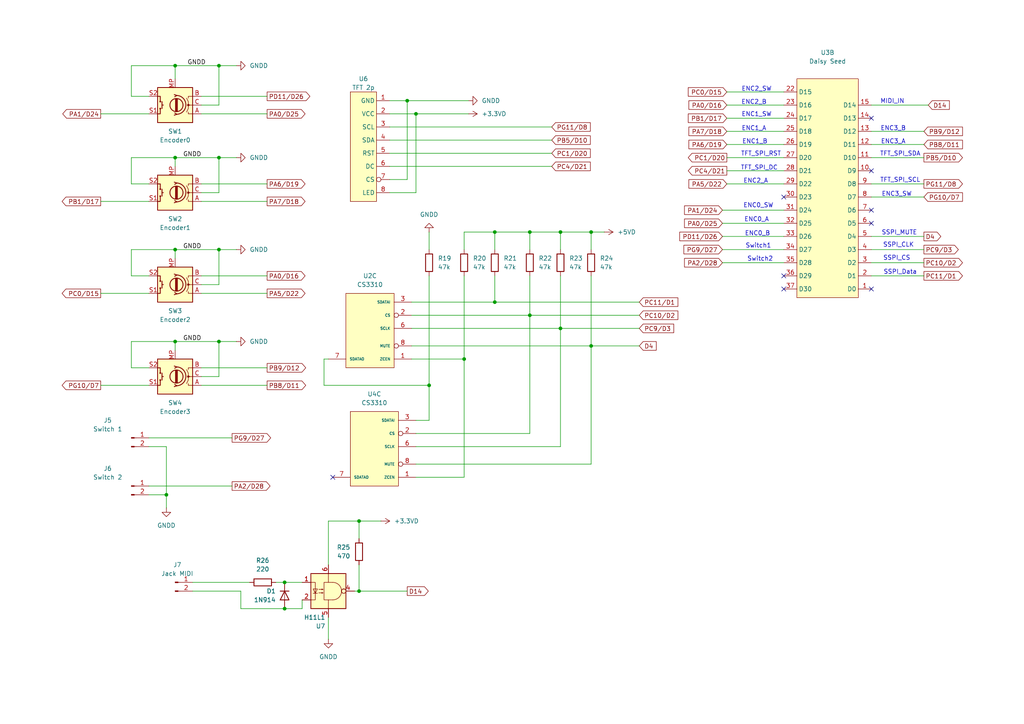
<source format=kicad_sch>
(kicad_sch (version 20250114) (generator "eeschema") (generator_version "9.0")
  (paper "A4")
  (title_block (title "UI"))
  (lib_symbols
    (symbol "@Projet_sym:CS3310" (pin_names (offset 1.016))
      (property "Reference" "U" (at -4.318 9.652 0))
      (property "Value" "CS3310" (at -1.524 7.366 0))
      (symbol "CS3310_1_1"
        (unit_name "Ana_Left")
        (polyline (pts (xy -6.35 0) (xy -5.08 0)))
        (polyline (pts (xy 6.223 0) (xy -5.08 5.715) (xy -5.08 -5.715) (xy 6.223 0)) (stroke (width 0.254)) (fill (type background)))
        (pin input line (at -8.89 0 0) (length 3.048) (name "AINL") (number "16"))
        (pin power_in line (at 0 -7.62 90) (length 4.318) (name "AGNDL") (number "15"))
        (pin output line (at 8.89 0 180) (length 2.794) (name "AOUTL") (number "14"))
      )
      (symbol "CS3310_2_1"
        (unit_name "Ana_Right")
        (polyline (pts (xy -6.35 0) (xy -5.08 0)))
        (polyline (pts (xy 6.223 0) (xy -5.08 5.715) (xy -5.08 -5.715) (xy 6.223 0)) (stroke (width 0.254)) (fill (type background)))
        (pin input line (at -8.89 0 0) (length 3.048) (name "AINR") (number "9"))
        (pin power_in line (at 0 -7.62 90) (length 4.318) (name "AGNDR") (number "10"))
        (pin output line (at 8.89 0 180) (length 2.794) (name "AOUTR") (number "11"))
      )
      (symbol "CS3310_3_1"
        (unit_name "Logic")
        (rectangle (start -7.62 5.08) (end 6.35 -16.51) (fill (type background)))
        (pin input line (at -12.7 2.54 0) (length 5.08) (name "SDATAI") (number "3"))
        (pin input inverted (at -12.7 -1.27 0) (length 5.08) (name "CS") (number "2"))
        (pin input line (at -12.7 -5.08 0) (length 5.08) (name "SCLK") (number "6"))
        (pin input inverted (at -12.7 -10.16 0) (length 5.08) (name "MUTE") (number "8"))
        (pin input line (at -12.7 -13.97 0) (length 5.08) (name "ZCEN") (number "1"))
        (pin output line (at 11.43 -13.97 180) (length 5.08) (name "SDATAO") (number "7"))
      )
      (symbol "CS3310_4_1"
        (unit_name "Alim")
        (rectangle (start -6.35 5.08) (end 6.35 -8.89) (fill (type background)))
        (pin power_in line (at -10.16 2.54 0) (length 3.81) (name "VD+") (number "4"))
        (pin power_in line (at -10.16 -6.35 0) (length 3.81) (name "DGND") (number "5"))
        (pin power_in line (at 10.16 1.27 180) (length 3.81) (name "VA+") (number "12"))
        (pin power_in line (at 10.16 -5.08 180) (length 3.81) (name "VA-") (number "13"))
      )
    )
    (symbol "@Projet_sym:Daisy_Seed"
      (symbol "Daisy_Seed_1_1"
        (unit_name "Audio")
        (rectangle (start -3.81 1.27) (end 5.08 -38.1) (fill (type background)))
        (pin input line (at -7.62 -1.27 0) (length 3.81) (name "INL") (number "16"))
        (pin input line (at -7.62 -11.43 0) (length 3.81) (name "INR") (number "17"))
        (pin input line (at -7.62 -25.4 0) (length 3.81) (name "OUTL") (number "18"))
        (pin input line (at -7.62 -35.56 0) (length 3.81) (name "OUTR") (number "19"))
      )
      (symbol "Daisy_Seed_2_1"
        (unit_name "E/S")
        (rectangle (start -8.89 1.27) (end 8.89 -62.23) (fill (type background)))
        (pin bidirectional line (at -12.7 -2.54 0) (length 3.81) (name "D15") (number "22"))
        (pin bidirectional line (at -12.7 -6.35 0) (length 3.81) (name "D16") (number "23"))
        (pin bidirectional line (at -12.7 -10.16 0) (length 3.81) (name "D17") (number "24"))
        (pin bidirectional line (at -12.7 -13.97 0) (length 3.81) (name "D18") (number "25"))
        (pin bidirectional line (at -12.7 -17.78 0) (length 3.81) (name "D19") (number "26"))
        (pin bidirectional line (at -12.7 -21.59 0) (length 3.81) (name "D20") (number "27"))
        (pin bidirectional line (at -12.7 -25.4 0) (length 3.81) (name "D21") (number "28"))
        (pin bidirectional line (at -12.7 -29.21 0) (length 3.81) (name "D22") (number "29"))
        (pin bidirectional line (at -12.7 -33.02 0) (length 3.81) (name "D23") (number "30"))
        (pin bidirectional line (at -12.7 -36.83 0) (length 3.81) (name "D24") (number "31"))
        (pin bidirectional line (at -12.7 -40.64 0) (length 3.81) (name "D25") (number "32"))
        (pin bidirectional line (at -12.7 -44.45 0) (length 3.81) (name "D26") (number "33"))
        (pin bidirectional line (at -12.7 -48.26 0) (length 3.81) (name "D27") (number "34"))
        (pin bidirectional line (at -12.7 -52.07 0) (length 3.81) (name "D28") (number "35"))
        (pin bidirectional line (at -12.7 -55.88 0) (length 3.81) (name "D29") (number "36"))
        (pin bidirectional line (at -12.7 -59.69 0) (length 3.81) (name "D30") (number "37"))
        (pin bidirectional line (at 12.7 -6.35 180) (length 3.81) (name "D14") (number "15"))
        (pin bidirectional line (at 12.7 -10.16 180) (length 3.81) (name "D13") (number "14"))
        (pin bidirectional line (at 12.7 -13.97 180) (length 3.81) (name "D12") (number "13"))
        (pin bidirectional line (at 12.7 -17.78 180) (length 3.81) (name "D11") (number "12"))
        (pin bidirectional line (at 12.7 -21.59 180) (length 3.81) (name "D10") (number "11"))
        (pin bidirectional line (at 12.7 -25.4 180) (length 3.81) (name "D9") (number "10"))
        (pin bidirectional line (at 12.7 -29.21 180) (length 3.81) (name "D8") (number "9"))
        (pin bidirectional line (at 12.7 -33.02 180) (length 3.81) (name "D7") (number "8"))
        (pin bidirectional line (at 12.7 -36.83 180) (length 3.81) (name "D6") (number "7"))
        (pin bidirectional line (at 12.7 -40.64 180) (length 3.81) (name "D5") (number "6"))
        (pin bidirectional line (at 12.7 -44.45 180) (length 3.81) (name "D4") (number "5"))
        (pin bidirectional line (at 12.7 -48.26 180) (length 3.81) (name "D3") (number "4"))
        (pin bidirectional line (at 12.7 -52.07 180) (length 3.81) (name "D2") (number "3"))
        (pin bidirectional line (at 12.7 -55.88 180) (length 3.81) (name "D1") (number "2"))
        (pin bidirectional line (at 12.7 -59.69 180) (length 3.81) (name "D0") (number "1"))
      )
      (symbol "Daisy_Seed_3_1"
        (unit_name "Alim")
        (rectangle (start -6.35 2.54) (end 6.35 -36.83) (fill (type background)))
        (pin input line (at -8.89 -2.54 0) (length 2.54) (name "3.3VA") (number "21"))
        (pin input line (at -8.89 -10.16 0) (length 2.54) (name "GNDA") (number "20"))
        (pin input line (at -8.89 -17.78 0) (length 2.54) (name "3.3VD") (number "38"))
        (pin input line (at -8.89 -25.4 0) (length 2.54) (name "VIN") (number "39"))
        (pin input line (at -8.89 -33.02 0) (length 2.54) (name "GNDD") (number "40"))
      )
    )
    (symbol "@Projet_sym:TFT_SPI"
      (property "Reference" "U" (at -1.524 13.462 0))
      (symbol "TFT_SPI_1_1"
        (rectangle (start -5.08 10.16) (end 2.54 -21.59) (fill (type background)))
        (pin power_in line (at 6.35 7.62 180) (length 3.81) (name "GND") (number "1"))
        (pin power_in line (at 6.35 3.81 180) (length 3.81) (name "VCC") (number "2"))
        (pin input line (at 6.35 0 180) (length 3.81) (name "SCL") (number "3"))
        (pin input line (at 6.35 -3.81 180) (length 3.81) (name "SDA") (number "4"))
        (pin input line (at 6.35 -7.62 180) (length 3.81) (name "RST") (number "5"))
        (pin input line (at 6.35 -11.43 180) (length 3.81) (name "DC") (number "6"))
        (pin input inverted (at 6.35 -15.24 180) (length 3.81) (name "CS") (number "7"))
        (pin input line (at 6.35 -19.05 180) (length 3.81) (name "LED") (number "8"))
      )
    )
    (symbol "CS3310_1" (pin_names (offset 1.016))
      (property "Reference" "U" (at -4.318 9.652 0))
      (property "Value" "CS3310" (at -1.524 7.366 0))
      (symbol "CS3310_1_1_1"
        (unit_name "Ana_Left")
        (polyline (pts (xy -6.35 0) (xy -5.08 0)))
        (polyline (pts (xy 6.223 0) (xy -5.08 5.715) (xy -5.08 -5.715) (xy 6.223 0)) (stroke (width 0.254)) (fill (type background)))
        (pin input line (at -8.89 0 0) (length 3.048) (name "AINL") (number "16"))
        (pin power_in line (at 0 -7.62 90) (length 4.318) (name "AGNDL") (number "15"))
        (pin output line (at 8.89 0 180) (length 2.794) (name "AOUTL") (number "14"))
      )
      (symbol "CS3310_1_2_1"
        (unit_name "Ana_Right")
        (polyline (pts (xy -6.35 0) (xy -5.08 0)))
        (polyline (pts (xy 6.223 0) (xy -5.08 5.715) (xy -5.08 -5.715) (xy 6.223 0)) (stroke (width 0.254)) (fill (type background)))
        (pin input line (at -8.89 0 0) (length 3.048) (name "AINR") (number "9"))
        (pin power_in line (at 0 -7.62 90) (length 4.318) (name "AGNDR") (number "10"))
        (pin output line (at 8.89 0 180) (length 2.794) (name "AOUTR") (number "11"))
      )
      (symbol "CS3310_1_3_1"
        (unit_name "Logic")
        (rectangle (start -7.62 5.08) (end 6.35 -16.51) (fill (type background)))
        (pin input line (at -12.7 2.54 0) (length 5.08) (name "SDATAI") (number "3"))
        (pin input inverted (at -12.7 -1.27 0) (length 5.08) (name "CS") (number "2"))
        (pin input line (at -12.7 -5.08 0) (length 5.08) (name "SCLK") (number "6"))
        (pin input inverted (at -12.7 -10.16 0) (length 5.08) (name "MUTE") (number "8"))
        (pin input line (at -12.7 -13.97 0) (length 5.08) (name "ZCEN") (number "1"))
        (pin output line (at 11.43 -13.97 180) (length 5.08) (name "SDATAO") (number "7"))
      )
      (symbol "CS3310_1_4_1"
        (unit_name "Alim")
        (rectangle (start -6.35 5.08) (end 6.35 -8.89) (fill (type background)))
        (pin power_in line (at -10.16 2.54 0) (length 3.81) (name "VD+") (number "4"))
        (pin power_in line (at -10.16 -6.35 0) (length 3.81) (name "DGND") (number "5"))
        (pin power_in line (at 10.16 1.27 180) (length 3.81) (name "VA+") (number "12"))
        (pin power_in line (at 10.16 -5.08 180) (length 3.81) (name "VA-") (number "13"))
      )
    )
    (symbol "Connector:Conn_01x02_Pin" (pin_names (offset 1.016) (hide yes))
      (property "Reference" "J" (at 0 2.54 0))
      (property "Value" "Conn_01x02_Pin" (at 0 -5.08 0))
      (symbol "Conn_01x02_Pin_1_1"
        (rectangle (start 0.8636 0.127) (end 0 -0.127) (stroke (width 0.1524)) (fill (type outline)))
        (rectangle (start 0.8636 -2.413) (end 0 -2.667) (stroke (width 0.1524)) (fill (type outline)))
        (polyline (pts (xy 1.27 0) (xy 0.8636 0)) (stroke (width 0.1524)))
        (polyline (pts (xy 1.27 -2.54) (xy 0.8636 -2.54)) (stroke (width 0.1524)))
        (pin passive line (at 5.08 0 180) (length 3.81) (name "Pin_1") (number "1"))
        (pin passive line (at 5.08 -2.54 180) (length 3.81) (name "Pin_2") (number "2"))
      )
    )
    (symbol "Device:R" (pin_numbers (hide yes)) (pin_names (offset 0))
      (property "Reference" "R" (at 2.032 0 90))
      (property "Value" "R" (at 0 0 90))
      (symbol "R_0_1"
        (rectangle (start -1.016 -2.54) (end 1.016 2.54) (stroke (width 0.254)))
      )
      (symbol "R_1_1"
        (pin passive line (at 0 3.81 270) (length 1.27) (name "~") (number "1"))
        (pin passive line (at 0 -3.81 90) (length 1.27) (name "~") (number "2"))
      )
    )
    (symbol "Device:RotaryEncoder_Switch_MP" (pin_names (offset 0.254) (hide yes))
      (property "Reference" "SW" (at 0 8.89 0))
      (property "Value" "RotaryEncoder_Switch_MP" (at 0 6.35 0))
      (symbol "RotaryEncoder_Switch_MP_0_1"
        (rectangle (start -5.08 5.08) (end 5.08 -5.08) (stroke (width 0.254)) (fill (type background)))
        (polyline (pts (xy -5.08 2.54) (xy -3.81 2.54) (xy -3.81 2.032)))
        (polyline (pts (xy -5.08 0) (xy -3.81 0) (xy -3.81 -1.016) (xy -3.302 -2.032)))
        (polyline (pts (xy -5.08 -2.54) (xy -3.81 -2.54) (xy -3.81 -2.032)))
        (polyline (pts (xy -4.318 0) (xy -3.81 0) (xy -3.81 1.016) (xy -3.302 2.032)))
        (circle (center -3.81 0) (radius 0.254) (fill (type outline)))
        (polyline (pts (xy -0.635 -1.778) (xy -0.635 1.778)) (stroke (width 0.254)))
        (circle (center -0.381 0) (radius 1.905) (stroke (width 0.254)))
        (polyline (pts (xy -0.381 -1.778) (xy -0.381 1.778)) (stroke (width 0.254)))
        (arc (start -0.381 -2.794) (mid -3.0988 -0.0635) (end -0.381 2.667) (stroke (width 0.254)))
        (polyline (pts (xy -0.127 1.778) (xy -0.127 -1.778)) (stroke (width 0.254)))
        (polyline (pts (xy 0.254 2.921) (xy -0.508 2.667) (xy 0.127 2.286)) (stroke (width 0.254)))
        (polyline (pts (xy 0.254 -3.048) (xy -0.508 -2.794) (xy 0.127 -2.413)) (stroke (width 0.254)))
        (polyline (pts (xy 3.81 1.016) (xy 3.81 -1.016)) (stroke (width 0.254)))
        (polyline (pts (xy 3.81 0) (xy 3.429 0)) (stroke (width 0.254)))
        (circle (center 4.318 1.016) (radius 0.127) (stroke (width 0.254)))
        (circle (center 4.318 -1.016) (radius 0.127) (stroke (width 0.254)))
        (polyline (pts (xy 5.08 2.54) (xy 4.318 2.54) (xy 4.318 1.016)) (stroke (width 0.254)))
        (polyline (pts (xy 5.08 -2.54) (xy 4.318 -2.54) (xy 4.318 -1.016)) (stroke (width 0.254)))
      )
      (symbol "RotaryEncoder_Switch_MP_1_1"
        (pin passive line (at -7.62 2.54 0) (length 2.54) (name "A") (number "A"))
        (pin passive line (at -7.62 0 0) (length 2.54) (name "C") (number "C"))
        (pin passive line (at -7.62 -2.54 0) (length 2.54) (name "B") (number "B"))
        (pin passive line (at 0 -7.62 90) (length 2.54) (name "MP") (number "MP"))
        (pin passive line (at 7.62 2.54 180) (length 2.54) (name "S1") (number "S1"))
        (pin passive line (at 7.62 -2.54 180) (length 2.54) (name "S2") (number "S2"))
      )
    )
    (symbol "Diode:1N914" (pin_numbers (hide yes)) (pin_names (hide yes))
      (property "Reference" "D" (at 0 2.54 0))
      (property "Value" "1N914" (at 0 -2.54 0))
      (symbol "1N914_0_1"
        (polyline (pts (xy -1.27 1.27) (xy -1.27 -1.27)) (stroke (width 0.254)))
        (polyline (pts (xy 1.27 1.27) (xy 1.27 -1.27) (xy -1.27 0) (xy 1.27 1.27)) (stroke (width 0.254)))
        (polyline (pts (xy 1.27 0) (xy -1.27 0)))
      )
      (symbol "1N914_1_1"
        (pin passive line (at -3.81 0 0) (length 2.54) (name "K") (number "1"))
        (pin passive line (at 3.81 0 180) (length 2.54) (name "A") (number "2"))
      )
    )
    (symbol "Isolator:H11L1" (pin_names (offset 1.016))
      (property "Reference" "U" (at 1.27 8.89 0))
      (property "Value" "H11L1" (at 1.27 6.35 0))
      (symbol "H11L1_0_1"
        (rectangle (start -5.08 5.08) (end 5.08 -5.08) (stroke (width 0.254)) (fill (type background)))
        (polyline (pts (xy -5.08 -2.54) (xy -3.81 -2.54) (xy -3.81 2.54) (xy -5.08 2.54)))
        (polyline (pts (xy -4.445 -0.635) (xy -3.175 -0.635)))
        (polyline (pts (xy -3.81 -0.635) (xy -4.445 0.635) (xy -3.175 0.635) (xy -3.81 -0.635)))
        (polyline (pts (xy -2.794 0.508) (xy -1.524 0.508) (xy -1.905 0.381) (xy -1.905 0.635) (xy -1.524 0.508)))
        (polyline (pts (xy -2.794 -0.508) (xy -1.524 -0.508) (xy -1.905 -0.635) (xy -1.905 -0.381) (xy -1.524 -0.508)))
        (polyline (pts (xy 0 2.54) (xy 0 5.08)))
        (polyline (pts (xy 0 -2.54) (xy 0 -5.08) (xy 0 -3.81)))
        (arc (start 1.27 2.54) (mid 3.799 0) (end 1.27 -2.54))
        (polyline (pts (xy 1.27 -2.54) (xy -1.27 -2.54) (xy -1.27 2.54) (xy 1.27 2.54)))
      )
      (symbol "H11L1_1_1"
        (pin passive line (at -7.62 2.54 0) (length 2.54) (name "~") (number "1"))
        (pin passive line (at -7.62 -2.54 0) (length 2.54) (name "~") (number "2"))
        (pin no_connect line (at -5.08 0 0) (length 2.54) (hide yes) (name "~") (number "3"))
        (pin power_in line (at 0 7.62 270) (length 2.54) (name "~") (number "6"))
        (pin power_in line (at 0 -7.62 90) (length 2.54) (name "~") (number "5"))
        (pin output inverted (at 7.62 0 180) (length 3.81) (name "~") (number "4"))
      )
    )
    (symbol "power:+5VD" (power) (pin_numbers (hide yes)) (pin_names (offset 0) (hide yes))
      (property "Value" "+5VD" (at 0 3.556 0))
      (symbol "+5VD_0_1"
        (polyline (pts (xy -0.762 1.27) (xy 0 2.54)))
        (polyline (pts (xy 0 2.54) (xy 0.762 1.27)))
        (polyline (pts (xy 0 0) (xy 0 2.54)))
      )
      (symbol "+5VD_1_1"
        (pin power_in line (at 0 0 90) (length 0) (name "~") (number "1"))
      )
    )
    (symbol "power:GND1" (power) (pin_numbers (hide yes)) (pin_names (offset 0) (hide yes))
      (property "Value" "GND1" (at 0 -3.81 0))
      (symbol "GND1_0_1"
        (polyline (pts (xy 0 0) (xy 0 -1.27) (xy 1.27 -1.27) (xy 0 -2.54) (xy -1.27 -1.27) (xy 0 -1.27)))
      )
      (symbol "GND1_1_1"
        (pin power_in line (at 0 0 270) (length 0) (name "~") (number "1"))
      )
    )
  )
  (text "ENC1_B" (at 218.948 41.148 0) (effects (font (size 1.27 1.27))))
  (text "Switch1" (at 219.964 71.374 0) (effects (font (size 1.27 1.27))))
  (text "ENC1_A" (at 218.694 37.338 0) (effects (font (size 1.27 1.27))))
  (text "TFT_SPI_DC" (at 220.218 48.768 0) (effects (font (size 1.27 1.27))))
  (text "Switch2" (at 220.472 75.184 0) (effects (font (size 1.27 1.27))))
  (text "TFT_SPI_SCL" (at 261.112 52.324 0) (effects (font (size 1.27 1.27))))
  (text "ENC2_SW" (at 219.456 25.908 0) (effects (font (size 1.27 1.27))))
  (text "ENC2_A" (at 219.202 52.578 0) (effects (font (size 1.27 1.27))))
  (text "ENC0_SW" (at 219.964 59.69 0) (effects (font (size 1.27 1.27))))
  (text "ENC2_B" (at 218.694 29.718 0) (effects (font (size 1.27 1.27))))
  (text "ENC3_SW" (at 260.096 56.388 0) (effects (font (size 1.27 1.27))))
  (text "ENC3_A" (at 259.08 41.148 0) (effects (font (size 1.27 1.27))))
  (text "ENC0_B" (at 219.71 67.818 0) (effects (font (size 1.27 1.27))))
  (text "ENC3_B" (at 259.08 37.338 0) (effects (font (size 1.27 1.27))))
  (text "SSPI_MUTE" (at 260.858 67.564 0) (effects (font (size 1.27 1.27))))
  (text "TFT_SPI_RST" (at 220.726 44.704 0) (effects (font (size 1.27 1.27))))
  (text "SSPI_CLK" (at 260.604 71.12 0) (effects (font (size 1.27 1.27))))
  (text "SSPI_Data" (at 261.112 78.994 0) (effects (font (size 1.27 1.27))))
  (text "ENC1_SW" (at 219.456 33.274 0) (effects (font (size 1.27 1.27))))
  (text "TFT_SPI_SDA" (at 261.112 44.704 0) (effects (font (size 1.27 1.27))))
  (text "SSPI_CS" (at 260.096 74.93 0) (effects (font (size 1.27 1.27))))
  (text "MIDI_IN" (at 258.826 29.464 0) (effects (font (size 1.27 1.27))))
  (text "ENC0_A" (at 219.456 63.754 0) (effects (font (size 1.27 1.27))))
  (junction (at 134.62 104.14))
  (junction (at 118.11 29.21))
  (junction (at 50.8 19.05))
  (junction (at 50.8 99.06))
  (junction (at 162.56 95.25))
  (junction (at 153.67 91.44))
  (junction (at 162.56 67.31))
  (junction (at 50.8 72.39))
  (junction (at 171.45 67.31))
  (junction (at 63.5 99.06))
  (junction (at 63.5 19.05))
  (junction (at 171.45 100.33))
  (junction (at 82.55 176.53))
  (junction (at 153.67 67.31))
  (junction (at 63.5 45.72))
  (junction (at 50.8 45.72))
  (junction (at 120.65 33.02))
  (junction (at 63.5 72.39))
  (junction (at 48.26 143.51))
  (junction (at 82.55 168.91))
  (junction (at 104.14 151.13))
  (junction (at 143.51 87.63))
  (junction (at 104.14 171.45))
  (junction (at 143.51 67.31))
  (junction (at 124.46 111.76))
  (no_connect (at 252.73 34.29))
  (no_connect (at 252.73 83.82))
  (no_connect (at 227.33 83.82))
  (no_connect (at 227.33 57.15))
  (no_connect (at 252.73 49.53))
  (no_connect (at 252.73 64.77))
  (no_connect (at 96.52 138.43))
  (no_connect (at 252.73 60.96))
  (no_connect (at 227.33 80.01))
  (wire (pts (xy 43.18 127) (xy 67.31 127)))
  (wire (pts (xy 38.1 80.01) (xy 38.1 72.39)))
  (wire (pts (xy 118.11 29.21) (xy 135.89 29.21)))
  (wire (pts (xy 87.63 168.91) (xy 82.55 168.91)))
  (wire (pts (xy 120.65 121.92) (xy 124.46 121.92)))
  (wire (pts (xy 43.18 143.51) (xy 48.26 143.51)))
  (wire (pts (xy 95.25 151.13) (xy 95.25 163.83)))
  (wire (pts (xy 38.1 27.94) (xy 38.1 19.05)))
  (wire (pts (xy 113.03 52.07) (xy 118.11 52.07)))
  (wire (pts (xy 38.1 99.06) (xy 38.1 106.68)))
  (wire (pts (xy 43.18 140.97) (xy 67.31 140.97)))
  (wire (pts (xy 252.73 53.34) (xy 267.97 53.34)))
  (wire (pts (xy 50.8 45.72) (xy 63.5 45.72)))
  (wire (pts (xy 104.14 151.13) (xy 104.14 156.21)))
  (wire (pts (xy 252.73 45.72) (xy 267.97 45.72)))
  (wire (pts (xy 48.26 143.51) (xy 48.26 147.32)))
  (wire (pts (xy 210.82 49.53) (xy 227.33 49.53)))
  (wire (pts (xy 95.25 179.07) (xy 95.25 185.42)))
  (wire (pts (xy 63.5 72.39) (xy 68.58 72.39)))
  (wire (pts (xy 153.67 67.31) (xy 162.56 67.31)))
  (wire (pts (xy 119.38 91.44) (xy 153.67 91.44)))
  (wire (pts (xy 162.56 129.54) (xy 162.56 95.25)))
  (wire (pts (xy 210.82 26.67) (xy 227.33 26.67)))
  (wire (pts (xy 43.18 53.34) (xy 38.1 53.34)))
  (wire (pts (xy 63.5 109.22) (xy 58.42 109.22)))
  (wire (pts (xy 50.8 45.72) (xy 50.8 48.26)))
  (wire (pts (xy 38.1 45.72) (xy 50.8 45.72)))
  (wire (pts (xy 153.67 80.01) (xy 153.67 91.44)))
  (wire (pts (xy 43.18 106.68) (xy 38.1 106.68)))
  (wire (pts (xy 120.65 134.62) (xy 171.45 134.62)))
  (wire (pts (xy 29.21 33.02) (xy 43.18 33.02)))
  (wire (pts (xy 113.03 36.83) (xy 160.02 36.83)))
  (wire (pts (xy 134.62 104.14) (xy 134.62 138.43)))
  (wire (pts (xy 252.73 76.2) (xy 267.97 76.2)))
  (wire (pts (xy 110.49 151.13) (xy 104.14 151.13)))
  (wire (pts (xy 38.1 99.06) (xy 50.8 99.06)))
  (wire (pts (xy 63.5 82.55) (xy 63.5 72.39)))
  (wire (pts (xy 171.45 67.31) (xy 171.45 72.39)))
  (wire (pts (xy 118.11 29.21) (xy 118.11 52.07)))
  (wire (pts (xy 69.85 171.45) (xy 69.85 176.53)))
  (wire (pts (xy 93.98 111.76) (xy 124.46 111.76)))
  (wire (pts (xy 58.42 111.76) (xy 77.47 111.76)))
  (wire (pts (xy 58.42 55.88) (xy 63.5 55.88)))
  (wire (pts (xy 252.73 57.15) (xy 267.97 57.15)))
  (wire (pts (xy 162.56 67.31) (xy 171.45 67.31)))
  (wire (pts (xy 209.55 60.96) (xy 227.33 60.96)))
  (wire (pts (xy 50.8 19.05) (xy 50.8 22.86)))
  (wire (pts (xy 58.42 85.09) (xy 77.47 85.09)))
  (wire (pts (xy 104.14 163.83) (xy 104.14 171.45)))
  (wire (pts (xy 63.5 99.06) (xy 63.5 109.22)))
  (wire (pts (xy 119.38 100.33) (xy 171.45 100.33)))
  (wire (pts (xy 58.42 106.68) (xy 77.47 106.68)))
  (wire (pts (xy 93.98 104.14) (xy 93.98 111.76)))
  (wire (pts (xy 120.65 138.43) (xy 134.62 138.43)))
  (wire (pts (xy 210.82 45.72) (xy 227.33 45.72)))
  (wire (pts (xy 50.8 72.39) (xy 63.5 72.39)))
  (wire (pts (xy 210.82 41.91) (xy 227.33 41.91)))
  (wire (pts (xy 113.03 29.21) (xy 118.11 29.21)))
  (wire (pts (xy 43.18 129.54) (xy 48.26 129.54)))
  (wire (pts (xy 124.46 80.01) (xy 124.46 111.76)))
  (wire (pts (xy 43.18 27.94) (xy 38.1 27.94)))
  (wire (pts (xy 209.55 64.77) (xy 227.33 64.77)))
  (wire (pts (xy 55.88 168.91) (xy 72.39 168.91)))
  (wire (pts (xy 50.8 99.06) (xy 50.8 101.6)))
  (wire (pts (xy 113.03 33.02) (xy 120.65 33.02)))
  (wire (pts (xy 104.14 151.13) (xy 95.25 151.13)))
  (wire (pts (xy 120.65 125.73) (xy 153.67 125.73)))
  (wire (pts (xy 55.88 171.45) (xy 69.85 171.45)))
  (wire (pts (xy 63.5 45.72) (xy 63.5 55.88)))
  (wire (pts (xy 120.65 33.02) (xy 120.65 55.88)))
  (wire (pts (xy 171.45 100.33) (xy 171.45 134.62)))
  (wire (pts (xy 171.45 80.01) (xy 171.45 100.33)))
  (wire (pts (xy 209.55 68.58) (xy 227.33 68.58)))
  (wire (pts (xy 119.38 87.63) (xy 143.51 87.63)))
  (wire (pts (xy 104.14 171.45) (xy 102.87 171.45)))
  (wire (pts (xy 58.42 80.01) (xy 77.47 80.01)))
  (wire (pts (xy 209.55 72.39) (xy 227.33 72.39)))
  (wire (pts (xy 162.56 80.01) (xy 162.56 95.25)))
  (wire (pts (xy 58.42 30.48) (xy 63.5 30.48)))
  (wire (pts (xy 120.65 33.02) (xy 135.89 33.02)))
  (wire (pts (xy 58.42 82.55) (xy 63.5 82.55)))
  (wire (pts (xy 171.45 67.31) (xy 175.26 67.31)))
  (wire (pts (xy 58.42 53.34) (xy 77.47 53.34)))
  (wire (pts (xy 48.26 129.54) (xy 48.26 143.51)))
  (wire (pts (xy 124.46 111.76) (xy 124.46 121.92)))
  (wire (pts (xy 58.42 27.94) (xy 77.47 27.94)))
  (wire (pts (xy 63.5 19.05) (xy 63.5 30.48)))
  (wire (pts (xy 209.55 76.2) (xy 227.33 76.2)))
  (wire (pts (xy 153.67 91.44) (xy 153.67 125.73)))
  (wire (pts (xy 252.73 41.91) (xy 267.97 41.91)))
  (wire (pts (xy 252.73 30.48) (xy 269.24 30.48)))
  (wire (pts (xy 43.18 80.01) (xy 38.1 80.01)))
  (wire (pts (xy 120.65 129.54) (xy 162.56 129.54)))
  (wire (pts (xy 210.82 53.34) (xy 227.33 53.34)))
  (wire (pts (xy 153.67 91.44) (xy 185.42 91.44)))
  (wire (pts (xy 210.82 34.29) (xy 227.33 34.29)))
  (wire (pts (xy 171.45 100.33) (xy 185.42 100.33)))
  (wire (pts (xy 50.8 72.39) (xy 50.8 74.93)))
  (wire (pts (xy 210.82 38.1) (xy 227.33 38.1)))
  (wire (pts (xy 29.21 58.42) (xy 43.18 58.42)))
  (wire (pts (xy 119.38 104.14) (xy 134.62 104.14)))
  (wire (pts (xy 38.1 53.34) (xy 38.1 45.72)))
  (wire (pts (xy 63.5 45.72) (xy 68.58 45.72)))
  (wire (pts (xy 113.03 44.45) (xy 160.02 44.45)))
  (wire (pts (xy 29.21 85.09) (xy 43.18 85.09)))
  (wire (pts (xy 124.46 67.31) (xy 124.46 72.39)))
  (wire (pts (xy 82.55 168.91) (xy 80.01 168.91)))
  (wire (pts (xy 143.51 87.63) (xy 185.42 87.63)))
  (wire (pts (xy 104.14 171.45) (xy 118.11 171.45)))
  (wire (pts (xy 87.63 173.99) (xy 87.63 176.53)))
  (wire (pts (xy 143.51 80.01) (xy 143.51 87.63)))
  (wire (pts (xy 50.8 99.06) (xy 63.5 99.06)))
  (wire (pts (xy 210.82 30.48) (xy 227.33 30.48)))
  (wire (pts (xy 113.03 40.64) (xy 160.02 40.64)))
  (wire (pts (xy 95.25 104.14) (xy 93.98 104.14)))
  (wire (pts (xy 119.38 95.25) (xy 162.56 95.25)))
  (wire (pts (xy 58.42 33.02) (xy 77.47 33.02)))
  (wire (pts (xy 134.62 67.31) (xy 134.62 72.39)))
  (wire (pts (xy 252.73 38.1) (xy 267.97 38.1)))
  (wire (pts (xy 252.73 68.58) (xy 267.97 68.58)))
  (wire (pts (xy 143.51 67.31) (xy 143.51 72.39)))
  (wire (pts (xy 38.1 19.05) (xy 50.8 19.05)))
  (wire (pts (xy 153.67 72.39) (xy 153.67 67.31)))
  (wire (pts (xy 58.42 58.42) (xy 77.47 58.42)))
  (wire (pts (xy 143.51 67.31) (xy 153.67 67.31)))
  (wire (pts (xy 38.1 72.39) (xy 50.8 72.39)))
  (wire (pts (xy 29.21 111.76) (xy 43.18 111.76)))
  (wire (pts (xy 82.55 176.53) (xy 69.85 176.53)))
  (wire (pts (xy 63.5 99.06) (xy 68.58 99.06)))
  (wire (pts (xy 162.56 95.25) (xy 185.42 95.25)))
  (wire (pts (xy 63.5 19.05) (xy 68.58 19.05)))
  (wire (pts (xy 134.62 67.31) (xy 143.51 67.31)))
  (wire (pts (xy 252.73 80.01) (xy 267.97 80.01)))
  (wire (pts (xy 252.73 72.39) (xy 267.97 72.39)))
  (wire (pts (xy 162.56 67.31) (xy 162.56 72.39)))
  (wire (pts (xy 113.03 55.88) (xy 120.65 55.88)))
  (wire (pts (xy 50.8 19.05) (xy 63.5 19.05)))
  (wire (pts (xy 87.63 176.53) (xy 82.55 176.53)))
  (wire (pts (xy 113.03 48.26) (xy 160.02 48.26)))
  (wire (pts (xy 134.62 80.01) (xy 134.62 104.14)))
  (label "GNDD" (at 58.42 45.72 180))
  (label "GNDD" (at 58.42 72.39 180))
  (label "GNDD" (at 58.42 99.06 180))
  (label "GNDD" (at 59.69 19.05 180))
  (global_label "PB5{slash}D10" (shape output) (at 267.97 45.72 0) (property "Intersheetrefs" "${INTERSHEET_REFS}" (effects (hide yes))))
  (global_label "PA0{slash}D16" (shape output) (at 77.47 80.01 0) (property "Intersheetrefs" "${INTERSHEET_REFS}" (effects (hide yes))))
  (global_label "PC11{slash}D1" (shape output) (at 267.97 80.01 0) (property "Intersheetrefs" "${INTERSHEET_REFS}" (effects (hide yes))))
  (global_label "PB5{slash}D10" (shape input) (at 160.02 40.64 0) (property "Intersheetrefs" "${INTERSHEET_REFS}" (effects (hide yes))))
  (global_label "PG10{slash}D7" (shape input) (at 267.97 57.15 0) (property "Intersheetrefs" "${INTERSHEET_REFS}" (effects (hide yes))))
  (global_label "PA2{slash}D28" (shape input) (at 209.55 76.2 180) (property "Intersheetrefs" "${INTERSHEET_REFS}" (effects (hide yes))))
  (global_label "PC9{slash}D3" (shape output) (at 267.97 72.39 0) (property "Intersheetrefs" "${INTERSHEET_REFS}" (effects (hide yes))))
  (global_label "D4" (shape input) (at 185.42 100.33 0) (property "Intersheetrefs" "${INTERSHEET_REFS}" (effects (hide yes))))
  (global_label "PA0{slash}D25" (shape input) (at 209.55 64.77 180) (property "Intersheetrefs" "${INTERSHEET_REFS}" (effects (hide yes))))
  (global_label "PC4{slash}D21" (shape input) (at 160.02 48.26 0) (property "Intersheetrefs" "${INTERSHEET_REFS}" (effects (hide yes))))
  (global_label "PC4{slash}D21" (shape output) (at 210.82 49.53 180) (property "Intersheetrefs" "${INTERSHEET_REFS}" (effects (hide yes))))
  (global_label "PD11{slash}D26" (shape output) (at 77.47 27.94 0) (property "Intersheetrefs" "${INTERSHEET_REFS}" (effects (hide yes))))
  (global_label "PA0{slash}D25" (shape output) (at 77.47 33.02 0) (property "Intersheetrefs" "${INTERSHEET_REFS}" (effects (hide yes))))
  (global_label "D4" (shape output) (at 267.97 68.58 0) (property "Intersheetrefs" "${INTERSHEET_REFS}" (effects (hide yes))))
  (global_label "PD11{slash}D26" (shape input) (at 209.55 68.58 180) (property "Intersheetrefs" "${INTERSHEET_REFS}" (effects (hide yes))))
  (global_label "PC0{slash}D15" (shape input) (at 210.82 26.67 180) (property "Intersheetrefs" "${INTERSHEET_REFS}" (effects (hide yes))))
  (global_label "PC1{slash}D20" (shape output) (at 210.82 45.72 180) (property "Intersheetrefs" "${INTERSHEET_REFS}" (effects (hide yes))))
  (global_label "PG9{slash}D27" (shape output) (at 67.31 127 0) (property "Intersheetrefs" "${INTERSHEET_REFS}" (effects (hide yes))))
  (global_label "PB1{slash}D17" (shape output) (at 29.21 58.42 180) (property "Intersheetrefs" "${INTERSHEET_REFS}" (effects (hide yes))))
  (global_label "PA6{slash}D19" (shape output) (at 77.47 53.34 0) (property "Intersheetrefs" "${INTERSHEET_REFS}" (effects (hide yes))))
  (global_label "D14" (shape output) (at 118.11 171.45 0) (property "Intersheetrefs" "${INTERSHEET_REFS}" (effects (hide yes))))
  (global_label "PA0{slash}D16" (shape input) (at 210.82 30.48 180) (property "Intersheetrefs" "${INTERSHEET_REFS}" (effects (hide yes))))
  (global_label "PG9{slash}D27" (shape input) (at 209.55 72.39 180) (property "Intersheetrefs" "${INTERSHEET_REFS}" (effects (hide yes))))
  (global_label "PA5{slash}D22" (shape input) (at 210.82 53.34 180) (property "Intersheetrefs" "${INTERSHEET_REFS}" (effects (hide yes))))
  (global_label "PB9{slash}D12" (shape input) (at 267.97 38.1 0) (property "Intersheetrefs" "${INTERSHEET_REFS}" (effects (hide yes))))
  (global_label "PA7{slash}D18" (shape output) (at 77.47 58.42 0) (property "Intersheetrefs" "${INTERSHEET_REFS}" (effects (hide yes))))
  (global_label "PA1{slash}D24" (shape output) (at 29.21 33.02 180) (property "Intersheetrefs" "${INTERSHEET_REFS}" (effects (hide yes))))
  (global_label "PB1{slash}D17" (shape input) (at 210.82 34.29 180) (property "Intersheetrefs" "${INTERSHEET_REFS}" (effects (hide yes))))
  (global_label "PA7{slash}D18" (shape input) (at 210.82 38.1 180) (property "Intersheetrefs" "${INTERSHEET_REFS}" (effects (hide yes))))
  (global_label "PC11{slash}D1" (shape input) (at 185.42 87.63 0) (property "Intersheetrefs" "${INTERSHEET_REFS}" (effects (hide yes))))
  (global_label "PB9{slash}D12" (shape output) (at 77.47 106.68 0) (property "Intersheetrefs" "${INTERSHEET_REFS}" (effects (hide yes))))
  (global_label "PG10{slash}D7" (shape output) (at 29.21 111.76 180) (property "Intersheetrefs" "${INTERSHEET_REFS}" (effects (hide yes))))
  (global_label "PG11{slash}D8" (shape output) (at 267.97 53.34 0) (property "Intersheetrefs" "${INTERSHEET_REFS}" (effects (hide yes))))
  (global_label "PA1{slash}D24" (shape input) (at 209.55 60.96 180) (property "Intersheetrefs" "${INTERSHEET_REFS}" (effects (hide yes))))
  (global_label "PA5{slash}D22" (shape output) (at 77.47 85.09 0) (property "Intersheetrefs" "${INTERSHEET_REFS}" (effects (hide yes))))
  (global_label "PA2{slash}D28" (shape output) (at 67.31 140.97 0) (property "Intersheetrefs" "${INTERSHEET_REFS}" (effects (hide yes))))
  (global_label "PG11{slash}D8" (shape input) (at 160.02 36.83 0) (property "Intersheetrefs" "${INTERSHEET_REFS}" (effects (hide yes))))
  (global_label "D14" (shape input) (at 269.24 30.48 0) (property "Intersheetrefs" "${INTERSHEET_REFS}" (effects (hide yes))))
  (global_label "PB8{slash}D11" (shape input) (at 267.97 41.91 0) (property "Intersheetrefs" "${INTERSHEET_REFS}" (effects (hide yes))))
  (global_label "PC10{slash}D2" (shape output) (at 267.97 76.2 0) (property "Intersheetrefs" "${INTERSHEET_REFS}" (effects (hide yes))))
  (global_label "PA6{slash}D19" (shape input) (at 210.82 41.91 180) (property "Intersheetrefs" "${INTERSHEET_REFS}" (effects (hide yes))))
  (global_label "PC0{slash}D15" (shape output) (at 29.21 85.09 180) (property "Intersheetrefs" "${INTERSHEET_REFS}" (effects (hide yes))))
  (global_label "PC1{slash}D20" (shape input) (at 160.02 44.45 0) (property "Intersheetrefs" "${INTERSHEET_REFS}" (effects (hide yes))))
  (global_label "PC10{slash}D2" (shape input) (at 185.42 91.44 0) (property "Intersheetrefs" "${INTERSHEET_REFS}" (effects (hide yes))))
  (global_label "PB8{slash}D11" (shape output) (at 77.47 111.76 0) (property "Intersheetrefs" "${INTERSHEET_REFS}" (effects (hide yes))))
  (global_label "PC9{slash}D3" (shape input) (at 185.42 95.25 0) (property "Intersheetrefs" "${INTERSHEET_REFS}" (effects (hide yes))))
  (symbol (lib_id "Isolator:H11L1") (at 95.25 171.45 0) (unit 1)
    (property "Reference" "U7" (at 94.3611 181.61 0) (effects (justify right)))
    (property "Value" "H11L1" (at 94.3611 179.07 0) (effects (justify right)))
    (property "Footprint" "Package_DIP:DIP-6_W7.62mm" (effects (hide yes)))
    (property "Datasheet" "https://www.onsemi.com/pub/Collateral/H11L3M-D.PDF" (effects (hide yes)))
  )
  (symbol (lib_id "Device:RotaryEncoder_Switch_MP") (at 50.8 30.48 180) (unit 1)
    (property "Reference" "SW1" (at 50.8 38.1 0))
    (property "Value" "Encoder0" (at 50.8 40.64 0))
    (property "Footprint" "Rotary_Encoder:RotaryEncoder_Alps_EC11E-Switch_Vertical_H20mm" (effects (hide yes)))
    (property "Description" "Rotary encoder, dual channel, incremental quadrate outputs, with switch and MP Pin" (effects (hide yes)))
  )
  (symbol (lib_id "Device:R") (at 153.67 76.2 0) (unit 1)
    (property "Reference" "R22" (at 156.21 74.9299 0) (effects (justify left)))
    (property "Value" "47k" (at 156.21 77.4699 0) (effects (justify left)))
    (property "Footprint" "Resistor_SMD:R_1206_3216Metric_Pad1.30x1.75mm_HandSolder" (effects (hide yes)))
    (property "Description" "Resistor" (effects (hide yes)))
  )
  (symbol (lib_id "power:GND1") (at 68.58 45.72 90) (unit 1)
    (property "Reference" "#PWR06" (effects (hide yes)))
    (property "Value" "GNDD" (at 72.39 45.7199 90) (effects (justify right)))
    (property "Description" "Power symbol creates a global label with name \"GND1\" , ground" (effects (hide yes)))
  )
  (symbol (lib_id "Device:R") (at 162.56 76.2 0) (unit 1)
    (property "Reference" "R23" (at 165.1 74.9299 0) (effects (justify left)))
    (property "Value" "47k" (at 165.1 77.4699 0) (effects (justify left)))
    (property "Footprint" "Resistor_SMD:R_1206_3216Metric_Pad1.30x1.75mm_HandSolder" (effects (hide yes)))
    (property "Description" "Resistor" (effects (hide yes)))
  )
  (symbol (lib_id "Device:R") (at 134.62 76.2 0) (unit 1)
    (property "Reference" "R20" (at 137.16 74.9299 0) (effects (justify left)))
    (property "Value" "47k" (at 137.16 77.4699 0) (effects (justify left)))
    (property "Footprint" "Resistor_SMD:R_1206_3216Metric_Pad1.30x1.75mm_HandSolder" (effects (hide yes)))
    (property "Description" "Resistor" (effects (hide yes)))
  )
  (symbol (lib_name "CS3310_1") (lib_id "@Projet_sym:CS3310") (at 106.68 90.17 0) (mirror y) (unit 3)
    (property "Reference" "U2" (at 107.315 80.01 0))
    (property "Value" "CS3310" (at 107.315 82.55 0))
    (property "Footprint" "Package_SO:SOIC-16W_7.5x10.3mm_P1.27mm" (effects (hide yes)))
  )
  (symbol (lib_id "Device:R") (at 124.46 76.2 0) (unit 1)
    (property "Reference" "R19" (at 127 74.9299 0) (effects (justify left)))
    (property "Value" "47k" (at 127 77.4699 0) (effects (justify left)))
    (property "Footprint" "Resistor_SMD:R_1206_3216Metric_Pad1.30x1.75mm_HandSolder" (effects (hide yes)))
    (property "Description" "Resistor" (effects (hide yes)))
  )
  (symbol (lib_id "power:GND1") (at 48.26 147.32 0) (unit 1)
    (property "Reference" "#PWR010" (effects (hide yes)))
    (property "Value" "GNDD" (at 48.26 152.4 0))
    (property "Description" "Power symbol creates a global label with name \"GND1\" , ground" (effects (hide yes)))
  )
  (symbol (lib_id "power:GND1") (at 135.89 29.21 90) (unit 1)
    (property "Reference" "#PWR04" (effects (hide yes)))
    (property "Value" "GNDD" (at 139.7 29.2099 90) (effects (justify right)))
    (property "Description" "Power symbol creates a global label with name \"GND1\" , ground" (effects (hide yes)))
  )
  (symbol (lib_id "Device:RotaryEncoder_Switch_MP") (at 50.8 55.88 180) (unit 1)
    (property "Reference" "SW2" (at 50.8 63.5 0))
    (property "Value" "Encoder1" (at 50.8 66.04 0))
    (property "Footprint" "Rotary_Encoder:RotaryEncoder_Alps_EC11E-Switch_Vertical_H20mm" (effects (hide yes)))
    (property "Description" "Rotary encoder, dual channel, incremental quadrate outputs, with switch and MP Pin" (effects (hide yes)))
  )
  (symbol (lib_id "Diode:1N914") (at 82.55 172.72 90) (mirror x) (unit 1)
    (property "Reference" "D1" (at 80.01 171.45 90) (effects (justify left)))
    (property "Value" "1N914" (at 80.01 173.99 90) (effects (justify left)))
    (property "Footprint" "Diode_THT:D_DO-35_SOD27_P7.62mm_Horizontal" (effects (hide yes)))
    (property "Datasheet" "http://www.vishay.com/docs/85622/1n914.pdf" (effects (hide yes)))
    (property "Sim.Device" "D" (effects (hide yes)))
    (property "Sim.Pins" "1=K 2=A" (effects (hide yes)))
  )
  (symbol (lib_id "@Projet_sym:Daisy_Seed") (at 240.03 24.13 0) (unit 2)
    (property "Reference" "U3" (at 240.03 15.24 0))
    (property "Value" "Daisy Seed" (at 240.03 17.78 0))
    (property "Footprint" "Package_DIP:DIP-40_W15.24mm_Socket_LongPads" (effects (hide yes)))
  )
  (symbol (lib_id "Device:R") (at 76.2 168.91 270) (mirror x) (unit 1)
    (property "Reference" "R26" (at 76.2 162.56 90))
    (property "Value" "220" (at 76.2 165.1 90))
    (property "Footprint" "Resistor_THT:R_Axial_DIN0204_L3.6mm_D1.6mm_P7.62mm_Horizontal" (effects (hide yes)))
  )
  (symbol (lib_id "power:GND1") (at 68.58 72.39 90) (unit 1)
    (property "Reference" "#PWR08" (effects (hide yes)))
    (property "Value" "GNDD" (at 72.39 72.3899 90) (effects (justify right)))
    (property "Description" "Power symbol creates a global label with name \"GND1\" , ground" (effects (hide yes)))
  )
  (symbol (lib_id "Device:R") (at 171.45 76.2 0) (unit 1)
    (property "Reference" "R24" (at 173.99 74.9299 0) (effects (justify left)))
    (property "Value" "47k" (at 173.99 77.4699 0) (effects (justify left)))
    (property "Footprint" "Resistor_SMD:R_1206_3216Metric_Pad1.30x1.75mm_HandSolder" (effects (hide yes)))
    (property "Description" "Resistor" (effects (hide yes)))
  )
  (symbol (lib_id "power:GND1") (at 68.58 19.05 90) (unit 1)
    (property "Reference" "#PWR03" (effects (hide yes)))
    (property "Value" "GNDD" (at 72.39 19.0499 90) (effects (justify right)))
    (property "Description" "Power symbol creates a global label with name \"GND1\" , ground" (effects (hide yes)))
  )
  (symbol (lib_id "Device:RotaryEncoder_Switch_MP") (at 50.8 82.55 180) (unit 1)
    (property "Reference" "SW3" (at 50.8 90.17 0))
    (property "Value" "Encoder2" (at 50.8 92.71 0))
    (property "Footprint" "Rotary_Encoder:RotaryEncoder_Alps_EC11E-Switch_Vertical_H20mm" (effects (hide yes)))
    (property "Description" "Rotary encoder, dual channel, incremental quadrate outputs, with switch and MP Pin" (effects (hide yes)))
  )
  (symbol (lib_id "Device:RotaryEncoder_Switch_MP") (at 50.8 109.22 180) (unit 1)
    (property "Reference" "SW4" (at 50.8 116.84 0))
    (property "Value" "Encoder3" (at 50.8 119.38 0))
    (property "Footprint" "Rotary_Encoder:RotaryEncoder_Alps_EC11E-Switch_Vertical_H20mm" (effects (hide yes)))
    (property "Description" "Rotary encoder, dual channel, incremental quadrate outputs, with switch and MP Pin" (effects (hide yes)))
  )
  (symbol (lib_id "power:+5VD") (at 175.26 67.31 270) (unit 1)
    (property "Reference" "#PWR07" (effects (hide yes)))
    (property "Value" "+5VD" (at 179.07 67.3099 90) (effects (justify left)))
    (property "Description" "Power symbol creates a global label with name \"+5VD\"" (effects (hide yes)))
  )
  (symbol (lib_id "Connector:Conn_01x02_Pin") (at 50.8 168.91 0) (unit 1)
    (property "Reference" "J7" (at 51.435 163.83 0))
    (property "Value" "Jack MIDI" (at 51.435 166.37 0))
    (property "Footprint" "Connector_PinHeader_2.54mm:PinHeader_1x02_P2.54mm_Vertical" (effects (hide yes)))
    (property "Description" "Generic connector, single row, 01x02, script generated" (effects (hide yes)))
  )
  (symbol (lib_id "@Projet_sym:CS3310") (at 107.95 124.46 0) (mirror y) (unit 3)
    (property "Reference" "U4" (at 108.585 114.3 0))
    (property "Value" "CS3310" (at 108.585 116.84 0))
    (property "Footprint" "Package_SO:SOIC-16W_7.5x10.3mm_P1.27mm" (effects (hide yes)))
  )
  (symbol (lib_id "@Projet_sym:TFT_SPI") (at 106.68 36.83 0) (unit 1)
    (property "Reference" "U6" (at 105.41 22.86 0))
    (property "Value" "TFT 2p" (at 105.41 25.4 0))
    (property "Footprint" "Connector_PinSocket_2.54mm:PinSocket_1x08_P2.54mm_Vertical" (effects (hide yes)))
  )
  (symbol (lib_id "Device:R") (at 104.14 160.02 0) (mirror x) (unit 1)
    (property "Reference" "R25" (at 101.6 158.75 0) (effects (justify right)))
    (property "Value" "470" (at 101.6 161.29 0) (effects (justify right)))
    (property "Footprint" "Resistor_THT:R_Axial_DIN0204_L3.6mm_D1.6mm_P7.62mm_Horizontal" (effects (hide yes)))
  )
  (symbol (lib_id "power:GND1") (at 68.58 99.06 90) (unit 1)
    (property "Reference" "#PWR09" (effects (hide yes)))
    (property "Value" "GNDD" (at 72.39 99.0599 90) (effects (justify right)))
    (property "Description" "Power symbol creates a global label with name \"GND1\" , ground" (effects (hide yes)))
  )
  (symbol (lib_id "power:GND1") (at 95.25 185.42 0) (unit 1)
    (property "Reference" "#PWR012" (effects (hide yes)))
    (property "Value" "GNDD" (at 95.25 190.5 0))
    (property "Description" "Power symbol creates a global label with name \"GND1\" , ground" (effects (hide yes)))
  )
  (symbol (lib_id "power:GND1") (at 124.46 67.31 180) (unit 1)
    (property "Reference" "#PWR031" (effects (hide yes)))
    (property "Value" "GNDD" (at 124.46 62.23 0))
    (property "Description" "Power symbol creates a global label with name \"GND1\" , ground" (effects (hide yes)))
  )
  (symbol (lib_id "Connector:Conn_01x02_Pin") (at 38.1 140.97 0) (unit 1)
    (property "Reference" "J6" (at 31.242 135.89 0))
    (property "Value" "Switch 2" (at 31.242 138.43 0))
    (property "Footprint" "Connector_PinHeader_2.54mm:PinHeader_1x02_P2.54mm_Vertical" (effects (hide yes)))
    (property "Description" "Generic connector, single row, 01x02, script generated" (effects (hide yes)))
  )
  (symbol (lib_id "power:+5VD") (at 110.49 151.13 270) (unit 1)
    (property "Reference" "#PWR011" (effects (hide yes)))
    (property "Value" "+3.3VD" (at 114.3 151.1299 90) (effects (justify left)))
    (property "Description" "Power symbol creates a global label with name \"+5VD\"" (effects (hide yes)))
  )
  (symbol (lib_id "power:+5VD") (at 135.89 33.02 270) (unit 1)
    (property "Reference" "#PWR05" (effects (hide yes)))
    (property "Value" "+3.3VD" (at 139.7 33.0199 90) (effects (justify left)))
    (property "Description" "Power symbol creates a global label with name \"+5VD\"" (effects (hide yes)))
  )
  (symbol (lib_id "Connector:Conn_01x02_Pin") (at 38.1 127 0) (unit 1)
    (property "Reference" "J5" (at 31.242 121.92 0))
    (property "Value" "Switch 1" (at 31.242 124.46 0))
    (property "Footprint" "Connector_PinHeader_2.54mm:PinHeader_1x02_P2.54mm_Vertical" (effects (hide yes)))
    (property "Description" "Generic connector, single row, 01x02, script generated" (effects (hide yes)))
  )
  (symbol (lib_id "Device:R") (at 143.51 76.2 0) (unit 1)
    (property "Reference" "R21" (at 146.05 74.9299 0) (effects (justify left)))
    (property "Value" "47k" (at 146.05 77.4699 0) (effects (justify left)))
    (property "Footprint" "Resistor_SMD:R_1206_3216Metric_Pad1.30x1.75mm_HandSolder" (effects (hide yes)))
    (property "Description" "Resistor" (effects (hide yes)))
  )
)
</source>
